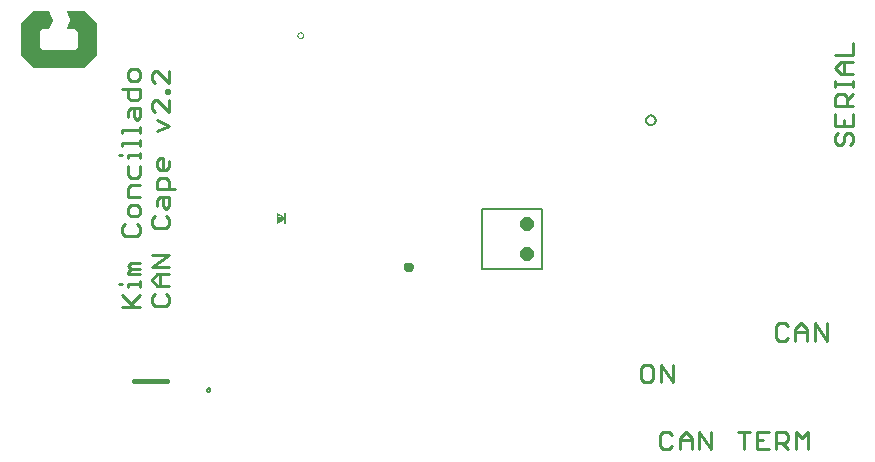
<source format=gto>
G75*
G70*
%OFA0B0*%
%FSLAX24Y24*%
%IPPOS*%
%LPD*%
%AMOC8*
5,1,8,0,0,1.08239X$1,22.5*
%
%ADD10C,0.0110*%
%ADD11C,0.0050*%
%ADD12C,0.0039*%
%ADD13C,0.0150*%
%ADD14C,0.0236*%
%ADD15C,0.0157*%
%ADD16C,0.0079*%
%ADD17C,0.0004*%
D10*
X010644Y011392D02*
X011234Y011392D01*
X011038Y011392D02*
X010644Y011786D01*
X010841Y012037D02*
X010841Y012135D01*
X011234Y012135D01*
X011234Y012037D02*
X011234Y012233D01*
X011234Y012466D02*
X010841Y012466D01*
X010841Y012565D01*
X010939Y012663D01*
X010841Y012761D01*
X010939Y012860D01*
X011234Y012860D01*
X011234Y012663D02*
X010939Y012663D01*
X010644Y012135D02*
X010546Y012135D01*
X010939Y011490D02*
X011234Y011786D01*
X011628Y011727D02*
X011628Y011530D01*
X011727Y011431D01*
X012120Y011431D01*
X012219Y011530D01*
X012219Y011727D01*
X012120Y011825D01*
X012219Y012076D02*
X011825Y012076D01*
X011628Y012273D01*
X011825Y012470D01*
X012219Y012470D01*
X012219Y012720D02*
X011628Y012720D01*
X012219Y013114D01*
X011628Y013114D01*
X011923Y012470D02*
X011923Y012076D01*
X011727Y011825D02*
X011628Y011727D01*
X011136Y013755D02*
X010742Y013755D01*
X010644Y013854D01*
X010644Y014051D01*
X010742Y014149D01*
X010939Y014400D02*
X011136Y014400D01*
X011234Y014498D01*
X011234Y014695D01*
X011136Y014793D01*
X010939Y014793D01*
X010841Y014695D01*
X010841Y014498D01*
X010939Y014400D01*
X011136Y014149D02*
X011234Y014051D01*
X011234Y013854D01*
X011136Y013755D01*
X011628Y014108D02*
X011727Y014009D01*
X012120Y014009D01*
X012219Y014108D01*
X012219Y014305D01*
X012120Y014403D01*
X012120Y014654D02*
X012022Y014752D01*
X012022Y015048D01*
X011923Y015048D02*
X012219Y015048D01*
X012219Y014752D01*
X012120Y014654D01*
X011825Y014752D02*
X011825Y014949D01*
X011923Y015048D01*
X011825Y015299D02*
X011825Y015594D01*
X011923Y015692D01*
X012120Y015692D01*
X012219Y015594D01*
X012219Y015299D01*
X012416Y015299D02*
X011825Y015299D01*
X011234Y015438D02*
X010939Y015438D01*
X010841Y015340D01*
X010841Y015044D01*
X011234Y015044D01*
X011136Y015689D02*
X010939Y015689D01*
X010841Y015787D01*
X010841Y016083D01*
X010841Y016333D02*
X010841Y016432D01*
X011234Y016432D01*
X011234Y016530D02*
X011234Y016333D01*
X011234Y016083D02*
X011234Y015787D01*
X011136Y015689D01*
X011825Y016041D02*
X011825Y016238D01*
X011923Y016337D01*
X012022Y016337D01*
X012022Y015943D01*
X012120Y015943D02*
X011923Y015943D01*
X011825Y016041D01*
X012120Y015943D02*
X012219Y016041D01*
X012219Y016238D01*
X011234Y016763D02*
X011234Y016960D01*
X011234Y016861D02*
X010644Y016861D01*
X010644Y016763D01*
X010644Y016432D02*
X010546Y016432D01*
X010644Y017193D02*
X010644Y017291D01*
X011234Y017291D01*
X011234Y017193D02*
X011234Y017390D01*
X011136Y017622D02*
X011038Y017721D01*
X011038Y018016D01*
X010939Y018016D02*
X011234Y018016D01*
X011234Y017721D01*
X011136Y017622D01*
X010841Y017721D02*
X010841Y017918D01*
X010939Y018016D01*
X010939Y018267D02*
X010841Y018365D01*
X010841Y018661D01*
X010644Y018661D02*
X011234Y018661D01*
X011234Y018365D01*
X011136Y018267D01*
X010939Y018267D01*
X011628Y018172D02*
X011628Y017975D01*
X011727Y017877D01*
X011825Y017626D02*
X012219Y017429D01*
X011825Y017232D01*
X012219Y017877D02*
X011825Y018270D01*
X011727Y018270D01*
X011628Y018172D01*
X012219Y018270D02*
X012219Y017877D01*
X012219Y018521D02*
X012219Y018620D01*
X012120Y018620D01*
X012120Y018521D01*
X012219Y018521D01*
X012219Y018843D02*
X011825Y019237D01*
X011727Y019237D01*
X011628Y019139D01*
X011628Y018942D01*
X011727Y018843D01*
X012219Y018843D02*
X012219Y019237D01*
X011234Y019207D02*
X011234Y019010D01*
X011136Y018911D01*
X010939Y018911D01*
X010841Y019010D01*
X010841Y019207D01*
X010939Y019305D01*
X011136Y019305D01*
X011234Y019207D01*
X011727Y014403D02*
X011628Y014305D01*
X011628Y014108D01*
X027959Y009364D02*
X027959Y008971D01*
X028057Y008872D01*
X028254Y008872D01*
X028352Y008971D01*
X028352Y009364D01*
X028254Y009463D01*
X028057Y009463D01*
X027959Y009364D01*
X028603Y009463D02*
X028603Y008872D01*
X028997Y008872D02*
X028997Y009463D01*
X028603Y009463D02*
X028997Y008872D01*
X028885Y007227D02*
X028688Y007227D01*
X028590Y007129D01*
X028590Y006735D01*
X028688Y006637D01*
X028885Y006637D01*
X028983Y006735D01*
X029234Y006637D02*
X029234Y007031D01*
X029431Y007227D01*
X029628Y007031D01*
X029628Y006637D01*
X029879Y006637D02*
X029879Y007227D01*
X030272Y006637D01*
X030272Y007227D01*
X029628Y006932D02*
X029234Y006932D01*
X028983Y007129D02*
X028885Y007227D01*
X031168Y007227D02*
X031561Y007227D01*
X031365Y007227D02*
X031365Y006637D01*
X031812Y006637D02*
X031812Y007227D01*
X032206Y007227D01*
X032457Y007227D02*
X032752Y007227D01*
X032850Y007129D01*
X032850Y006932D01*
X032752Y006834D01*
X032457Y006834D01*
X032654Y006834D02*
X032850Y006637D01*
X033101Y006637D02*
X033101Y007227D01*
X033298Y007031D01*
X033495Y007227D01*
X033495Y006637D01*
X032457Y006637D02*
X032457Y007227D01*
X032009Y006932D02*
X031812Y006932D01*
X031812Y006637D02*
X032206Y006637D01*
X032545Y010250D02*
X032742Y010250D01*
X032840Y010349D01*
X033091Y010250D02*
X033091Y010644D01*
X033288Y010841D01*
X033485Y010644D01*
X033485Y010250D01*
X033736Y010250D02*
X033736Y010841D01*
X034130Y010250D01*
X034130Y010841D01*
X033485Y010546D02*
X033091Y010546D01*
X032840Y010742D02*
X032742Y010841D01*
X032545Y010841D01*
X032447Y010742D01*
X032447Y010349D01*
X032545Y010250D01*
X034522Y016786D02*
X034620Y016786D01*
X034719Y016884D01*
X034719Y017081D01*
X034817Y017179D01*
X034916Y017179D01*
X035014Y017081D01*
X035014Y016884D01*
X034916Y016786D01*
X034522Y016786D02*
X034424Y016884D01*
X034424Y017081D01*
X034522Y017179D01*
X034424Y017430D02*
X035014Y017430D01*
X035014Y017824D01*
X035014Y018075D02*
X034424Y018075D01*
X034424Y018370D01*
X034522Y018468D01*
X034719Y018468D01*
X034817Y018370D01*
X034817Y018075D01*
X034817Y018272D02*
X035014Y018468D01*
X035014Y018719D02*
X035014Y018916D01*
X035014Y018818D02*
X034424Y018818D01*
X034424Y018916D02*
X034424Y018719D01*
X034620Y019149D02*
X034424Y019346D01*
X034620Y019543D01*
X035014Y019543D01*
X035014Y019794D02*
X034424Y019794D01*
X034719Y019543D02*
X034719Y019149D01*
X034620Y019149D02*
X035014Y019149D01*
X035014Y019794D02*
X035014Y020187D01*
X034424Y017824D02*
X034424Y017430D01*
X034719Y017430D02*
X034719Y017627D01*
D11*
X028115Y017613D02*
X028117Y017638D01*
X028123Y017662D01*
X028132Y017685D01*
X028145Y017706D01*
X028162Y017725D01*
X028181Y017742D01*
X028202Y017755D01*
X028225Y017764D01*
X028249Y017770D01*
X028274Y017772D01*
X028299Y017770D01*
X028323Y017764D01*
X028346Y017755D01*
X028367Y017742D01*
X028386Y017725D01*
X028403Y017706D01*
X028416Y017685D01*
X028425Y017662D01*
X028431Y017638D01*
X028433Y017613D01*
X028431Y017588D01*
X028425Y017564D01*
X028416Y017541D01*
X028403Y017520D01*
X028386Y017501D01*
X028367Y017484D01*
X028346Y017471D01*
X028323Y017462D01*
X028299Y017456D01*
X028274Y017454D01*
X028249Y017456D01*
X028225Y017462D01*
X028202Y017471D01*
X028181Y017484D01*
X028162Y017501D01*
X028145Y017520D01*
X028132Y017541D01*
X028123Y017564D01*
X028117Y017588D01*
X028115Y017613D01*
X024628Y014664D02*
X024628Y012664D01*
X022628Y012664D01*
X022628Y014664D01*
X024628Y014664D01*
X013481Y008617D02*
X013483Y008631D01*
X013489Y008645D01*
X013497Y008657D01*
X013509Y008665D01*
X013523Y008671D01*
X013537Y008673D01*
X013551Y008671D01*
X013565Y008665D01*
X013577Y008657D01*
X013585Y008645D01*
X013591Y008631D01*
X013593Y008617D01*
X013591Y008603D01*
X013585Y008589D01*
X013577Y008577D01*
X013565Y008569D01*
X013551Y008563D01*
X013537Y008561D01*
X013523Y008563D01*
X013509Y008569D01*
X013497Y008577D01*
X013489Y008589D01*
X013483Y008603D01*
X013481Y008617D01*
D12*
X015809Y014195D02*
X016065Y014353D01*
X015809Y014510D01*
X015809Y014195D01*
X015809Y014209D02*
X015831Y014209D01*
X015809Y014246D02*
X015892Y014246D01*
X015954Y014284D02*
X015809Y014284D01*
X015809Y014322D02*
X016016Y014322D01*
X016053Y014360D02*
X015809Y014360D01*
X015809Y014398D02*
X015991Y014398D01*
X015930Y014436D02*
X015809Y014436D01*
X015809Y014474D02*
X015868Y014474D01*
X016487Y020439D02*
X016489Y020458D01*
X016494Y020477D01*
X016504Y020493D01*
X016516Y020508D01*
X016531Y020520D01*
X016547Y020530D01*
X016566Y020535D01*
X016585Y020537D01*
X016604Y020535D01*
X016623Y020530D01*
X016639Y020520D01*
X016654Y020508D01*
X016666Y020493D01*
X016676Y020477D01*
X016681Y020458D01*
X016683Y020439D01*
X016681Y020420D01*
X016676Y020401D01*
X016666Y020385D01*
X016654Y020370D01*
X016639Y020358D01*
X016623Y020348D01*
X016604Y020343D01*
X016585Y020341D01*
X016566Y020343D01*
X016547Y020348D01*
X016531Y020358D01*
X016516Y020370D01*
X016504Y020385D01*
X016494Y020401D01*
X016489Y020420D01*
X016487Y020439D01*
D13*
X012140Y008912D02*
X011057Y008912D01*
D14*
X024010Y013164D02*
X024012Y013185D01*
X024018Y013205D01*
X024027Y013225D01*
X024039Y013242D01*
X024054Y013256D01*
X024072Y013268D01*
X024092Y013276D01*
X024112Y013281D01*
X024133Y013282D01*
X024154Y013279D01*
X024174Y013273D01*
X024193Y013262D01*
X024210Y013249D01*
X024223Y013233D01*
X024234Y013215D01*
X024242Y013195D01*
X024246Y013175D01*
X024246Y013153D01*
X024242Y013133D01*
X024234Y013113D01*
X024223Y013095D01*
X024210Y013079D01*
X024193Y013066D01*
X024174Y013055D01*
X024154Y013049D01*
X024133Y013046D01*
X024112Y013047D01*
X024092Y013052D01*
X024072Y013060D01*
X024054Y013072D01*
X024039Y013086D01*
X024027Y013103D01*
X024018Y013123D01*
X024012Y013143D01*
X024010Y013164D01*
X024010Y014164D02*
X024012Y014185D01*
X024018Y014205D01*
X024027Y014225D01*
X024039Y014242D01*
X024054Y014256D01*
X024072Y014268D01*
X024092Y014276D01*
X024112Y014281D01*
X024133Y014282D01*
X024154Y014279D01*
X024174Y014273D01*
X024193Y014262D01*
X024210Y014249D01*
X024223Y014233D01*
X024234Y014215D01*
X024242Y014195D01*
X024246Y014175D01*
X024246Y014153D01*
X024242Y014133D01*
X024234Y014113D01*
X024223Y014095D01*
X024210Y014079D01*
X024193Y014066D01*
X024174Y014055D01*
X024154Y014049D01*
X024133Y014046D01*
X024112Y014047D01*
X024092Y014052D01*
X024072Y014060D01*
X024054Y014072D01*
X024039Y014086D01*
X024027Y014103D01*
X024018Y014123D01*
X024012Y014143D01*
X024010Y014164D01*
D15*
X020108Y012717D02*
X020110Y012735D01*
X020116Y012751D01*
X020125Y012766D01*
X020138Y012779D01*
X020153Y012788D01*
X020169Y012794D01*
X020187Y012796D01*
X020205Y012794D01*
X020221Y012788D01*
X020236Y012779D01*
X020249Y012766D01*
X020258Y012751D01*
X020264Y012735D01*
X020266Y012717D01*
X020264Y012699D01*
X020258Y012683D01*
X020249Y012668D01*
X020236Y012655D01*
X020221Y012646D01*
X020205Y012640D01*
X020187Y012638D01*
X020169Y012640D01*
X020153Y012646D01*
X020138Y012655D01*
X020125Y012668D01*
X020116Y012683D01*
X020110Y012699D01*
X020108Y012717D01*
D16*
X016085Y014176D02*
X016085Y014530D01*
D17*
X009774Y019802D02*
X009360Y019388D01*
X007687Y019388D01*
X007274Y019802D01*
X007274Y020825D01*
X008238Y020825D01*
X008237Y020822D02*
X007274Y020822D01*
X007274Y020820D02*
X008236Y020820D01*
X008235Y020818D02*
X007274Y020818D01*
X007274Y020815D02*
X008234Y020815D01*
X008233Y020813D02*
X007274Y020813D01*
X007274Y020810D02*
X008232Y020810D01*
X008231Y020808D02*
X007274Y020808D01*
X007274Y020805D02*
X008230Y020805D01*
X008229Y020803D02*
X007274Y020803D01*
X007274Y020800D02*
X008228Y020800D01*
X008226Y020798D02*
X007274Y020798D01*
X007274Y020795D02*
X008225Y020795D01*
X008224Y020793D02*
X007274Y020793D01*
X007274Y020790D02*
X008223Y020790D01*
X008222Y020788D02*
X007274Y020788D01*
X007274Y020785D02*
X008221Y020785D01*
X008220Y020783D02*
X007274Y020783D01*
X007274Y020780D02*
X008219Y020780D01*
X008218Y020778D02*
X007274Y020778D01*
X007274Y020775D02*
X008217Y020775D01*
X008216Y020773D02*
X007274Y020773D01*
X007274Y020770D02*
X008215Y020770D01*
X008214Y020768D02*
X007274Y020768D01*
X007274Y020765D02*
X008213Y020765D01*
X008212Y020763D02*
X007274Y020763D01*
X007274Y020760D02*
X008211Y020760D01*
X008209Y020758D02*
X007274Y020758D01*
X007274Y020756D02*
X008208Y020756D01*
X008207Y020753D02*
X007274Y020753D01*
X007274Y020751D02*
X008206Y020751D01*
X008205Y020748D02*
X007274Y020748D01*
X007274Y020746D02*
X008204Y020746D01*
X008203Y020743D02*
X007274Y020743D01*
X007274Y020741D02*
X008202Y020741D01*
X008201Y020738D02*
X007274Y020738D01*
X007274Y020736D02*
X008200Y020736D01*
X008199Y020733D02*
X007274Y020733D01*
X007274Y020731D02*
X008198Y020731D01*
X008197Y020728D02*
X007274Y020728D01*
X007274Y020726D02*
X008196Y020726D01*
X008195Y020723D02*
X007274Y020723D01*
X007274Y020721D02*
X008194Y020721D01*
X008192Y020718D02*
X007274Y020718D01*
X007274Y020716D02*
X008191Y020716D01*
X008190Y020713D02*
X007274Y020713D01*
X007274Y020711D02*
X008189Y020711D01*
X008188Y020708D02*
X007274Y020708D01*
X007274Y020706D02*
X008187Y020706D01*
X008186Y020703D02*
X007274Y020703D01*
X007274Y020701D02*
X008185Y020701D01*
X008184Y020698D02*
X007274Y020698D01*
X007274Y020696D02*
X008183Y020696D01*
X008182Y020694D02*
X007274Y020694D01*
X007274Y020691D02*
X008181Y020691D01*
X008180Y020689D02*
X007274Y020689D01*
X007274Y020686D02*
X007981Y020686D01*
X007982Y020687D02*
X008179Y020687D01*
X008297Y020963D01*
X008179Y021239D01*
X007687Y021239D01*
X007274Y020825D01*
X007276Y020827D02*
X008239Y020827D01*
X008240Y020830D02*
X007278Y020830D01*
X007281Y020832D02*
X008241Y020832D01*
X008242Y020835D02*
X007283Y020835D01*
X007286Y020837D02*
X008243Y020837D01*
X008245Y020840D02*
X007288Y020840D01*
X007291Y020842D02*
X008246Y020842D01*
X008247Y020845D02*
X007293Y020845D01*
X007296Y020847D02*
X008248Y020847D01*
X008249Y020850D02*
X007298Y020850D01*
X007301Y020852D02*
X008250Y020852D01*
X008251Y020855D02*
X007303Y020855D01*
X007306Y020857D02*
X008252Y020857D01*
X008253Y020860D02*
X007308Y020860D01*
X007311Y020862D02*
X008254Y020862D01*
X008255Y020865D02*
X007313Y020865D01*
X007316Y020867D02*
X008256Y020867D01*
X008257Y020870D02*
X007318Y020870D01*
X007321Y020872D02*
X008258Y020872D01*
X008259Y020875D02*
X007323Y020875D01*
X007326Y020877D02*
X008260Y020877D01*
X008262Y020880D02*
X007328Y020880D01*
X007331Y020882D02*
X008263Y020882D01*
X008264Y020884D02*
X007333Y020884D01*
X007335Y020887D02*
X008265Y020887D01*
X008266Y020889D02*
X007338Y020889D01*
X007340Y020892D02*
X008267Y020892D01*
X008268Y020894D02*
X007343Y020894D01*
X007345Y020897D02*
X008269Y020897D01*
X008270Y020899D02*
X007348Y020899D01*
X007350Y020902D02*
X008271Y020902D01*
X008272Y020904D02*
X007353Y020904D01*
X007355Y020907D02*
X008273Y020907D01*
X008274Y020909D02*
X007358Y020909D01*
X007360Y020912D02*
X008275Y020912D01*
X008276Y020914D02*
X007363Y020914D01*
X007365Y020917D02*
X008277Y020917D01*
X008279Y020919D02*
X007368Y020919D01*
X007370Y020922D02*
X008280Y020922D01*
X008281Y020924D02*
X007373Y020924D01*
X007375Y020927D02*
X008282Y020927D01*
X008283Y020929D02*
X007378Y020929D01*
X007380Y020932D02*
X008284Y020932D01*
X008285Y020934D02*
X007383Y020934D01*
X007385Y020937D02*
X008286Y020937D01*
X008287Y020939D02*
X007388Y020939D01*
X007390Y020942D02*
X008288Y020942D01*
X008289Y020944D02*
X007393Y020944D01*
X007395Y020946D02*
X008290Y020946D01*
X008291Y020949D02*
X007397Y020949D01*
X007400Y020951D02*
X008292Y020951D01*
X008293Y020954D02*
X007402Y020954D01*
X007405Y020956D02*
X008294Y020956D01*
X008296Y020959D02*
X007407Y020959D01*
X007410Y020961D02*
X008297Y020961D01*
X008297Y020964D02*
X007412Y020964D01*
X007415Y020966D02*
X008296Y020966D01*
X008295Y020969D02*
X007417Y020969D01*
X007420Y020971D02*
X008294Y020971D01*
X008293Y020974D02*
X007422Y020974D01*
X007425Y020976D02*
X008292Y020976D01*
X008291Y020979D02*
X007427Y020979D01*
X007430Y020981D02*
X008290Y020981D01*
X008288Y020984D02*
X007432Y020984D01*
X007435Y020986D02*
X008287Y020986D01*
X008286Y020989D02*
X007437Y020989D01*
X007440Y020991D02*
X008285Y020991D01*
X008284Y020994D02*
X007442Y020994D01*
X007445Y020996D02*
X008283Y020996D01*
X008282Y020999D02*
X007447Y020999D01*
X007450Y021001D02*
X008281Y021001D01*
X008280Y021004D02*
X007452Y021004D01*
X007455Y021006D02*
X008279Y021006D01*
X008278Y021009D02*
X007457Y021009D01*
X007459Y021011D02*
X008277Y021011D01*
X008276Y021013D02*
X007462Y021013D01*
X007464Y021016D02*
X008275Y021016D01*
X008274Y021018D02*
X007467Y021018D01*
X007469Y021021D02*
X008273Y021021D01*
X008271Y021023D02*
X007472Y021023D01*
X007474Y021026D02*
X008270Y021026D01*
X008269Y021028D02*
X007477Y021028D01*
X007479Y021031D02*
X008268Y021031D01*
X008267Y021033D02*
X007482Y021033D01*
X007484Y021036D02*
X008266Y021036D01*
X008265Y021038D02*
X007487Y021038D01*
X007489Y021041D02*
X008264Y021041D01*
X008263Y021043D02*
X007492Y021043D01*
X007494Y021046D02*
X008262Y021046D01*
X008261Y021048D02*
X007497Y021048D01*
X007499Y021051D02*
X008260Y021051D01*
X008259Y021053D02*
X007502Y021053D01*
X007504Y021056D02*
X008258Y021056D01*
X008257Y021058D02*
X007507Y021058D01*
X007509Y021061D02*
X008256Y021061D01*
X008254Y021063D02*
X007512Y021063D01*
X007514Y021066D02*
X008253Y021066D01*
X008252Y021068D02*
X007517Y021068D01*
X007519Y021071D02*
X008251Y021071D01*
X008250Y021073D02*
X007521Y021073D01*
X007524Y021075D02*
X008249Y021075D01*
X008248Y021078D02*
X007526Y021078D01*
X007529Y021080D02*
X008247Y021080D01*
X008246Y021083D02*
X007531Y021083D01*
X007534Y021085D02*
X008245Y021085D01*
X008244Y021088D02*
X007536Y021088D01*
X007539Y021090D02*
X008243Y021090D01*
X008242Y021093D02*
X007541Y021093D01*
X007544Y021095D02*
X008241Y021095D01*
X008240Y021098D02*
X007546Y021098D01*
X007549Y021100D02*
X008239Y021100D01*
X008237Y021103D02*
X007551Y021103D01*
X007554Y021105D02*
X008236Y021105D01*
X008235Y021108D02*
X007556Y021108D01*
X007559Y021110D02*
X008234Y021110D01*
X008233Y021113D02*
X007561Y021113D01*
X007564Y021115D02*
X008232Y021115D01*
X008231Y021118D02*
X007566Y021118D01*
X007569Y021120D02*
X008230Y021120D01*
X008229Y021123D02*
X007571Y021123D01*
X007574Y021125D02*
X008228Y021125D01*
X008227Y021128D02*
X007576Y021128D01*
X007579Y021130D02*
X008226Y021130D01*
X008225Y021133D02*
X007581Y021133D01*
X007584Y021135D02*
X008224Y021135D01*
X008223Y021137D02*
X007586Y021137D01*
X007588Y021140D02*
X008221Y021140D01*
X008220Y021142D02*
X007591Y021142D01*
X007593Y021145D02*
X008219Y021145D01*
X008218Y021147D02*
X007596Y021147D01*
X007598Y021150D02*
X008217Y021150D01*
X008216Y021152D02*
X007601Y021152D01*
X007603Y021155D02*
X008215Y021155D01*
X008214Y021157D02*
X007606Y021157D01*
X007608Y021160D02*
X008213Y021160D01*
X008212Y021162D02*
X007611Y021162D01*
X007613Y021165D02*
X008211Y021165D01*
X008210Y021167D02*
X007616Y021167D01*
X007618Y021170D02*
X008209Y021170D01*
X008208Y021172D02*
X007621Y021172D01*
X007623Y021175D02*
X008207Y021175D01*
X008206Y021177D02*
X007626Y021177D01*
X007628Y021180D02*
X008204Y021180D01*
X008203Y021182D02*
X007631Y021182D01*
X007633Y021185D02*
X008202Y021185D01*
X008201Y021187D02*
X007636Y021187D01*
X007638Y021190D02*
X008200Y021190D01*
X008199Y021192D02*
X007641Y021192D01*
X007643Y021195D02*
X008198Y021195D01*
X008197Y021197D02*
X007646Y021197D01*
X007648Y021199D02*
X008196Y021199D01*
X008195Y021202D02*
X007650Y021202D01*
X007653Y021204D02*
X008194Y021204D01*
X008193Y021207D02*
X007655Y021207D01*
X007658Y021209D02*
X008192Y021209D01*
X008191Y021212D02*
X007660Y021212D01*
X007663Y021214D02*
X008190Y021214D01*
X008189Y021217D02*
X007665Y021217D01*
X007668Y021219D02*
X008187Y021219D01*
X008186Y021222D02*
X007670Y021222D01*
X007673Y021224D02*
X008185Y021224D01*
X008184Y021227D02*
X007675Y021227D01*
X007678Y021229D02*
X008183Y021229D01*
X008182Y021232D02*
X007680Y021232D01*
X007683Y021234D02*
X008181Y021234D01*
X008180Y021237D02*
X007685Y021237D01*
X007982Y020687D02*
X007884Y020589D01*
X007884Y020038D01*
X007982Y019939D01*
X009085Y019939D01*
X009183Y020038D01*
X009183Y020569D01*
X009065Y020687D01*
X008809Y020687D01*
X008927Y020963D01*
X008809Y021239D01*
X009360Y021239D01*
X009774Y020825D01*
X008868Y020825D01*
X008869Y020827D02*
X009771Y020827D01*
X009774Y020825D02*
X009774Y019802D01*
X009774Y019803D02*
X007274Y019803D01*
X007275Y019801D02*
X009773Y019801D01*
X009770Y019798D02*
X007277Y019798D01*
X007280Y019796D02*
X009768Y019796D01*
X009765Y019793D02*
X007282Y019793D01*
X007285Y019791D02*
X009763Y019791D01*
X009760Y019788D02*
X007287Y019788D01*
X007290Y019786D02*
X009758Y019786D01*
X009755Y019783D02*
X007292Y019783D01*
X007295Y019781D02*
X009753Y019781D01*
X009750Y019778D02*
X007297Y019778D01*
X007299Y019776D02*
X009748Y019776D01*
X009745Y019773D02*
X007302Y019773D01*
X007304Y019771D02*
X009743Y019771D01*
X009740Y019768D02*
X007307Y019768D01*
X007309Y019766D02*
X009738Y019766D01*
X009736Y019763D02*
X007312Y019763D01*
X007314Y019761D02*
X009733Y019761D01*
X009731Y019758D02*
X007317Y019758D01*
X007319Y019756D02*
X009728Y019756D01*
X009726Y019753D02*
X007322Y019753D01*
X007324Y019751D02*
X009723Y019751D01*
X009721Y019749D02*
X007327Y019749D01*
X007329Y019746D02*
X009718Y019746D01*
X009716Y019744D02*
X007332Y019744D01*
X007334Y019741D02*
X009713Y019741D01*
X009711Y019739D02*
X007337Y019739D01*
X007339Y019736D02*
X009708Y019736D01*
X009706Y019734D02*
X007342Y019734D01*
X007344Y019731D02*
X009703Y019731D01*
X009701Y019729D02*
X007347Y019729D01*
X007349Y019726D02*
X009698Y019726D01*
X009696Y019724D02*
X007352Y019724D01*
X007354Y019721D02*
X009693Y019721D01*
X009691Y019719D02*
X007357Y019719D01*
X007359Y019716D02*
X009688Y019716D01*
X009686Y019714D02*
X007361Y019714D01*
X007364Y019711D02*
X009683Y019711D01*
X009681Y019709D02*
X007366Y019709D01*
X007369Y019706D02*
X009678Y019706D01*
X009676Y019704D02*
X007371Y019704D01*
X007374Y019701D02*
X009674Y019701D01*
X009671Y019699D02*
X007376Y019699D01*
X007379Y019696D02*
X009669Y019696D01*
X009666Y019694D02*
X007381Y019694D01*
X007384Y019691D02*
X009664Y019691D01*
X009661Y019689D02*
X007386Y019689D01*
X007389Y019686D02*
X009659Y019686D01*
X009656Y019684D02*
X007391Y019684D01*
X007394Y019682D02*
X009654Y019682D01*
X009651Y019679D02*
X007396Y019679D01*
X007399Y019677D02*
X009649Y019677D01*
X009646Y019674D02*
X007401Y019674D01*
X007404Y019672D02*
X009644Y019672D01*
X009641Y019669D02*
X007406Y019669D01*
X007409Y019667D02*
X009639Y019667D01*
X009636Y019664D02*
X007411Y019664D01*
X007414Y019662D02*
X009634Y019662D01*
X009631Y019659D02*
X007416Y019659D01*
X007419Y019657D02*
X009629Y019657D01*
X009626Y019654D02*
X007421Y019654D01*
X007424Y019652D02*
X009624Y019652D01*
X009621Y019649D02*
X007426Y019649D01*
X007428Y019647D02*
X009619Y019647D01*
X009616Y019644D02*
X007431Y019644D01*
X007433Y019642D02*
X009614Y019642D01*
X009611Y019639D02*
X007436Y019639D01*
X007438Y019637D02*
X009609Y019637D01*
X009607Y019634D02*
X007441Y019634D01*
X007443Y019632D02*
X009604Y019632D01*
X009602Y019629D02*
X007446Y019629D01*
X007448Y019627D02*
X009599Y019627D01*
X009597Y019624D02*
X007451Y019624D01*
X007453Y019622D02*
X009594Y019622D01*
X009592Y019620D02*
X007456Y019620D01*
X007458Y019617D02*
X009589Y019617D01*
X009587Y019615D02*
X007461Y019615D01*
X007463Y019612D02*
X009584Y019612D01*
X009582Y019610D02*
X007466Y019610D01*
X007468Y019607D02*
X009579Y019607D01*
X009577Y019605D02*
X007471Y019605D01*
X007473Y019602D02*
X009574Y019602D01*
X009572Y019600D02*
X007476Y019600D01*
X007478Y019597D02*
X009569Y019597D01*
X009567Y019595D02*
X007481Y019595D01*
X007483Y019592D02*
X009564Y019592D01*
X009562Y019590D02*
X007486Y019590D01*
X007488Y019587D02*
X009559Y019587D01*
X009557Y019585D02*
X007490Y019585D01*
X007493Y019582D02*
X009554Y019582D01*
X009552Y019580D02*
X007495Y019580D01*
X007498Y019577D02*
X009549Y019577D01*
X009547Y019575D02*
X007500Y019575D01*
X007503Y019572D02*
X009545Y019572D01*
X009542Y019570D02*
X007505Y019570D01*
X007508Y019567D02*
X009540Y019567D01*
X009537Y019565D02*
X007510Y019565D01*
X007513Y019562D02*
X009535Y019562D01*
X009532Y019560D02*
X007515Y019560D01*
X007518Y019558D02*
X009530Y019558D01*
X009527Y019555D02*
X007520Y019555D01*
X007523Y019553D02*
X009525Y019553D01*
X009522Y019550D02*
X007525Y019550D01*
X007528Y019548D02*
X009520Y019548D01*
X009517Y019545D02*
X007530Y019545D01*
X007533Y019543D02*
X009515Y019543D01*
X009512Y019540D02*
X007535Y019540D01*
X007538Y019538D02*
X009510Y019538D01*
X009507Y019535D02*
X007540Y019535D01*
X007543Y019533D02*
X009505Y019533D01*
X009502Y019530D02*
X007545Y019530D01*
X007548Y019528D02*
X009500Y019528D01*
X009497Y019525D02*
X007550Y019525D01*
X007552Y019523D02*
X009495Y019523D01*
X009492Y019520D02*
X007555Y019520D01*
X007557Y019518D02*
X009490Y019518D01*
X009487Y019515D02*
X007560Y019515D01*
X007562Y019513D02*
X009485Y019513D01*
X009483Y019510D02*
X007565Y019510D01*
X007567Y019508D02*
X009480Y019508D01*
X009478Y019505D02*
X007570Y019505D01*
X007572Y019503D02*
X009475Y019503D01*
X009473Y019500D02*
X007575Y019500D01*
X007577Y019498D02*
X009470Y019498D01*
X009468Y019496D02*
X007580Y019496D01*
X007582Y019493D02*
X009465Y019493D01*
X009463Y019491D02*
X007585Y019491D01*
X007587Y019488D02*
X009460Y019488D01*
X009458Y019486D02*
X007590Y019486D01*
X007592Y019483D02*
X009455Y019483D01*
X009453Y019481D02*
X007595Y019481D01*
X007597Y019478D02*
X009450Y019478D01*
X009448Y019476D02*
X007600Y019476D01*
X007602Y019473D02*
X009445Y019473D01*
X009443Y019471D02*
X007605Y019471D01*
X007607Y019468D02*
X009440Y019468D01*
X009438Y019466D02*
X007610Y019466D01*
X007612Y019463D02*
X009435Y019463D01*
X009433Y019461D02*
X007614Y019461D01*
X007617Y019458D02*
X009430Y019458D01*
X009428Y019456D02*
X007619Y019456D01*
X007622Y019453D02*
X009425Y019453D01*
X009423Y019451D02*
X007624Y019451D01*
X007627Y019448D02*
X009421Y019448D01*
X009418Y019446D02*
X007629Y019446D01*
X007632Y019443D02*
X009416Y019443D01*
X009413Y019441D02*
X007634Y019441D01*
X007637Y019438D02*
X009411Y019438D01*
X009408Y019436D02*
X007639Y019436D01*
X007642Y019434D02*
X009406Y019434D01*
X009403Y019431D02*
X007644Y019431D01*
X007647Y019429D02*
X009401Y019429D01*
X009398Y019426D02*
X007649Y019426D01*
X007652Y019424D02*
X009396Y019424D01*
X009393Y019421D02*
X007654Y019421D01*
X007657Y019419D02*
X009391Y019419D01*
X009388Y019416D02*
X007659Y019416D01*
X007662Y019414D02*
X009386Y019414D01*
X009383Y019411D02*
X007664Y019411D01*
X007667Y019409D02*
X009381Y019409D01*
X009378Y019406D02*
X007669Y019406D01*
X007672Y019404D02*
X009376Y019404D01*
X009373Y019401D02*
X007674Y019401D01*
X007676Y019399D02*
X009371Y019399D01*
X009368Y019396D02*
X007679Y019396D01*
X007681Y019394D02*
X009366Y019394D01*
X009363Y019391D02*
X007684Y019391D01*
X007686Y019389D02*
X009361Y019389D01*
X009774Y019806D02*
X007274Y019806D01*
X007274Y019808D02*
X009774Y019808D01*
X009774Y019811D02*
X007274Y019811D01*
X007274Y019813D02*
X009774Y019813D01*
X009774Y019815D02*
X007274Y019815D01*
X007274Y019818D02*
X009774Y019818D01*
X009774Y019820D02*
X007274Y019820D01*
X007274Y019823D02*
X009774Y019823D01*
X009774Y019825D02*
X007274Y019825D01*
X007274Y019828D02*
X009774Y019828D01*
X009774Y019830D02*
X007274Y019830D01*
X007274Y019833D02*
X009774Y019833D01*
X009774Y019835D02*
X007274Y019835D01*
X007274Y019838D02*
X009774Y019838D01*
X009774Y019840D02*
X007274Y019840D01*
X007274Y019843D02*
X009774Y019843D01*
X009774Y019845D02*
X007274Y019845D01*
X007274Y019848D02*
X009774Y019848D01*
X009774Y019850D02*
X007274Y019850D01*
X007274Y019853D02*
X009774Y019853D01*
X009774Y019855D02*
X007274Y019855D01*
X007274Y019858D02*
X009774Y019858D01*
X009774Y019860D02*
X007274Y019860D01*
X007274Y019863D02*
X009774Y019863D01*
X009774Y019865D02*
X007274Y019865D01*
X007274Y019868D02*
X009774Y019868D01*
X009774Y019870D02*
X007274Y019870D01*
X007274Y019873D02*
X009774Y019873D01*
X009774Y019875D02*
X007274Y019875D01*
X007274Y019877D02*
X009774Y019877D01*
X009774Y019880D02*
X007274Y019880D01*
X007274Y019882D02*
X009774Y019882D01*
X009774Y019885D02*
X007274Y019885D01*
X007274Y019887D02*
X009774Y019887D01*
X009774Y019890D02*
X007274Y019890D01*
X007274Y019892D02*
X009774Y019892D01*
X009774Y019895D02*
X007274Y019895D01*
X007274Y019897D02*
X009774Y019897D01*
X009774Y019900D02*
X007274Y019900D01*
X007274Y019902D02*
X009774Y019902D01*
X009774Y019905D02*
X007274Y019905D01*
X007274Y019907D02*
X009774Y019907D01*
X009774Y019910D02*
X007274Y019910D01*
X007274Y019912D02*
X009774Y019912D01*
X009774Y019915D02*
X007274Y019915D01*
X007274Y019917D02*
X009774Y019917D01*
X009774Y019920D02*
X007274Y019920D01*
X007274Y019922D02*
X009774Y019922D01*
X009774Y019925D02*
X007274Y019925D01*
X007274Y019927D02*
X009774Y019927D01*
X009774Y019930D02*
X007274Y019930D01*
X007274Y019932D02*
X009774Y019932D01*
X009774Y019935D02*
X007274Y019935D01*
X007274Y019937D02*
X009774Y019937D01*
X009774Y019939D02*
X009085Y019939D01*
X009087Y019942D02*
X009774Y019942D01*
X009774Y019944D02*
X009090Y019944D01*
X009092Y019947D02*
X009774Y019947D01*
X009774Y019949D02*
X009095Y019949D01*
X009097Y019952D02*
X009774Y019952D01*
X009774Y019954D02*
X009100Y019954D01*
X009102Y019957D02*
X009774Y019957D01*
X009774Y019959D02*
X009105Y019959D01*
X009107Y019962D02*
X009774Y019962D01*
X009774Y019964D02*
X009110Y019964D01*
X009112Y019967D02*
X009774Y019967D01*
X009774Y019969D02*
X009115Y019969D01*
X009117Y019972D02*
X009774Y019972D01*
X009774Y019974D02*
X009120Y019974D01*
X009122Y019977D02*
X009774Y019977D01*
X009774Y019979D02*
X009125Y019979D01*
X009127Y019982D02*
X009774Y019982D01*
X009774Y019984D02*
X009129Y019984D01*
X009132Y019987D02*
X009774Y019987D01*
X009774Y019989D02*
X009134Y019989D01*
X009137Y019992D02*
X009774Y019992D01*
X009774Y019994D02*
X009139Y019994D01*
X009142Y019997D02*
X009774Y019997D01*
X009774Y019999D02*
X009144Y019999D01*
X009147Y020001D02*
X009774Y020001D01*
X009774Y020004D02*
X009149Y020004D01*
X009152Y020006D02*
X009774Y020006D01*
X009774Y020009D02*
X009154Y020009D01*
X009157Y020011D02*
X009774Y020011D01*
X009774Y020014D02*
X009159Y020014D01*
X009162Y020016D02*
X009774Y020016D01*
X009774Y020019D02*
X009164Y020019D01*
X009167Y020021D02*
X009774Y020021D01*
X009774Y020024D02*
X009169Y020024D01*
X009172Y020026D02*
X009774Y020026D01*
X009774Y020029D02*
X009174Y020029D01*
X009177Y020031D02*
X009774Y020031D01*
X009774Y020034D02*
X009179Y020034D01*
X009182Y020036D02*
X009774Y020036D01*
X009774Y020039D02*
X009183Y020039D01*
X009183Y020041D02*
X009774Y020041D01*
X009774Y020044D02*
X009183Y020044D01*
X009183Y020046D02*
X009774Y020046D01*
X009774Y020049D02*
X009183Y020049D01*
X009183Y020051D02*
X009774Y020051D01*
X009774Y020054D02*
X009183Y020054D01*
X009183Y020056D02*
X009774Y020056D01*
X009774Y020059D02*
X009183Y020059D01*
X009183Y020061D02*
X009774Y020061D01*
X009774Y020064D02*
X009183Y020064D01*
X009183Y020066D02*
X009774Y020066D01*
X009774Y020068D02*
X009183Y020068D01*
X009183Y020071D02*
X009774Y020071D01*
X009774Y020073D02*
X009183Y020073D01*
X009183Y020076D02*
X009774Y020076D01*
X009774Y020078D02*
X009183Y020078D01*
X009183Y020081D02*
X009774Y020081D01*
X009774Y020083D02*
X009183Y020083D01*
X009183Y020086D02*
X009774Y020086D01*
X009774Y020088D02*
X009183Y020088D01*
X009183Y020091D02*
X009774Y020091D01*
X009774Y020093D02*
X009183Y020093D01*
X009183Y020096D02*
X009774Y020096D01*
X009774Y020098D02*
X009183Y020098D01*
X009183Y020101D02*
X009774Y020101D01*
X009774Y020103D02*
X009183Y020103D01*
X009183Y020106D02*
X009774Y020106D01*
X009774Y020108D02*
X009183Y020108D01*
X009183Y020111D02*
X009774Y020111D01*
X009774Y020113D02*
X009183Y020113D01*
X009183Y020116D02*
X009774Y020116D01*
X009774Y020118D02*
X009183Y020118D01*
X009183Y020121D02*
X009774Y020121D01*
X009774Y020123D02*
X009183Y020123D01*
X009183Y020126D02*
X009774Y020126D01*
X009774Y020128D02*
X009183Y020128D01*
X009183Y020130D02*
X009774Y020130D01*
X009774Y020133D02*
X009183Y020133D01*
X009183Y020135D02*
X009774Y020135D01*
X009774Y020138D02*
X009183Y020138D01*
X009183Y020140D02*
X009774Y020140D01*
X009774Y020143D02*
X009183Y020143D01*
X009183Y020145D02*
X009774Y020145D01*
X009774Y020148D02*
X009183Y020148D01*
X009183Y020150D02*
X009774Y020150D01*
X009774Y020153D02*
X009183Y020153D01*
X009183Y020155D02*
X009774Y020155D01*
X009774Y020158D02*
X009183Y020158D01*
X009183Y020160D02*
X009774Y020160D01*
X009774Y020163D02*
X009183Y020163D01*
X009183Y020165D02*
X009774Y020165D01*
X009774Y020168D02*
X009183Y020168D01*
X009183Y020170D02*
X009774Y020170D01*
X009774Y020173D02*
X009183Y020173D01*
X009183Y020175D02*
X009774Y020175D01*
X009774Y020178D02*
X009183Y020178D01*
X009183Y020180D02*
X009774Y020180D01*
X009774Y020183D02*
X009183Y020183D01*
X009183Y020185D02*
X009774Y020185D01*
X009774Y020188D02*
X009183Y020188D01*
X009183Y020190D02*
X009774Y020190D01*
X009774Y020192D02*
X009183Y020192D01*
X009183Y020195D02*
X009774Y020195D01*
X009774Y020197D02*
X009183Y020197D01*
X009183Y020200D02*
X009774Y020200D01*
X009774Y020202D02*
X009183Y020202D01*
X009183Y020205D02*
X009774Y020205D01*
X009774Y020207D02*
X009183Y020207D01*
X009183Y020210D02*
X009774Y020210D01*
X009774Y020212D02*
X009183Y020212D01*
X009183Y020215D02*
X009774Y020215D01*
X009774Y020217D02*
X009183Y020217D01*
X009183Y020220D02*
X009774Y020220D01*
X009774Y020222D02*
X009183Y020222D01*
X009183Y020225D02*
X009774Y020225D01*
X009774Y020227D02*
X009183Y020227D01*
X009183Y020230D02*
X009774Y020230D01*
X009774Y020232D02*
X009183Y020232D01*
X009183Y020235D02*
X009774Y020235D01*
X009774Y020237D02*
X009183Y020237D01*
X009183Y020240D02*
X009774Y020240D01*
X009774Y020242D02*
X009183Y020242D01*
X009183Y020245D02*
X009774Y020245D01*
X009774Y020247D02*
X009183Y020247D01*
X009183Y020250D02*
X009774Y020250D01*
X009774Y020252D02*
X009183Y020252D01*
X009183Y020254D02*
X009774Y020254D01*
X009774Y020257D02*
X009183Y020257D01*
X009183Y020259D02*
X009774Y020259D01*
X009774Y020262D02*
X009183Y020262D01*
X009183Y020264D02*
X009774Y020264D01*
X009774Y020267D02*
X009183Y020267D01*
X009183Y020269D02*
X009774Y020269D01*
X009774Y020272D02*
X009183Y020272D01*
X009183Y020274D02*
X009774Y020274D01*
X009774Y020277D02*
X009183Y020277D01*
X009183Y020279D02*
X009774Y020279D01*
X009774Y020282D02*
X009183Y020282D01*
X009183Y020284D02*
X009774Y020284D01*
X009774Y020287D02*
X009183Y020287D01*
X009183Y020289D02*
X009774Y020289D01*
X009774Y020292D02*
X009183Y020292D01*
X009183Y020294D02*
X009774Y020294D01*
X009774Y020297D02*
X009183Y020297D01*
X009183Y020299D02*
X009774Y020299D01*
X009774Y020302D02*
X009183Y020302D01*
X009183Y020304D02*
X009774Y020304D01*
X009774Y020307D02*
X009183Y020307D01*
X009183Y020309D02*
X009774Y020309D01*
X009774Y020312D02*
X009183Y020312D01*
X009183Y020314D02*
X009774Y020314D01*
X009774Y020316D02*
X009183Y020316D01*
X009183Y020319D02*
X009774Y020319D01*
X009774Y020321D02*
X009183Y020321D01*
X009183Y020324D02*
X009774Y020324D01*
X009774Y020326D02*
X009183Y020326D01*
X009183Y020329D02*
X009774Y020329D01*
X009774Y020331D02*
X009183Y020331D01*
X009183Y020334D02*
X009774Y020334D01*
X009774Y020336D02*
X009183Y020336D01*
X009183Y020339D02*
X009774Y020339D01*
X009774Y020341D02*
X009183Y020341D01*
X009183Y020344D02*
X009774Y020344D01*
X009774Y020346D02*
X009183Y020346D01*
X009183Y020349D02*
X009774Y020349D01*
X009774Y020351D02*
X009183Y020351D01*
X009183Y020354D02*
X009774Y020354D01*
X009774Y020356D02*
X009183Y020356D01*
X009183Y020359D02*
X009774Y020359D01*
X009774Y020361D02*
X009183Y020361D01*
X009183Y020364D02*
X009774Y020364D01*
X009774Y020366D02*
X009183Y020366D01*
X009183Y020369D02*
X009774Y020369D01*
X009774Y020371D02*
X009183Y020371D01*
X009183Y020374D02*
X009774Y020374D01*
X009774Y020376D02*
X009183Y020376D01*
X009183Y020379D02*
X009774Y020379D01*
X009774Y020381D02*
X009183Y020381D01*
X009183Y020383D02*
X009774Y020383D01*
X009774Y020386D02*
X009183Y020386D01*
X009183Y020388D02*
X009774Y020388D01*
X009774Y020391D02*
X009183Y020391D01*
X009183Y020393D02*
X009774Y020393D01*
X009774Y020396D02*
X009183Y020396D01*
X009183Y020398D02*
X009774Y020398D01*
X009774Y020401D02*
X009183Y020401D01*
X009183Y020403D02*
X009774Y020403D01*
X009774Y020406D02*
X009183Y020406D01*
X009183Y020408D02*
X009774Y020408D01*
X009774Y020411D02*
X009183Y020411D01*
X009183Y020413D02*
X009774Y020413D01*
X009774Y020416D02*
X009183Y020416D01*
X009183Y020418D02*
X009774Y020418D01*
X009774Y020421D02*
X009183Y020421D01*
X009183Y020423D02*
X009774Y020423D01*
X009774Y020426D02*
X009183Y020426D01*
X009183Y020428D02*
X009774Y020428D01*
X009774Y020431D02*
X009183Y020431D01*
X009183Y020433D02*
X009774Y020433D01*
X009774Y020436D02*
X009183Y020436D01*
X009183Y020438D02*
X009774Y020438D01*
X009774Y020441D02*
X009183Y020441D01*
X009183Y020443D02*
X009774Y020443D01*
X009774Y020445D02*
X009183Y020445D01*
X009183Y020448D02*
X009774Y020448D01*
X009774Y020450D02*
X009183Y020450D01*
X009183Y020453D02*
X009774Y020453D01*
X009774Y020455D02*
X009183Y020455D01*
X009183Y020458D02*
X009774Y020458D01*
X009774Y020460D02*
X009183Y020460D01*
X009183Y020463D02*
X009774Y020463D01*
X009774Y020465D02*
X009183Y020465D01*
X009183Y020468D02*
X009774Y020468D01*
X009774Y020470D02*
X009183Y020470D01*
X009183Y020473D02*
X009774Y020473D01*
X009774Y020475D02*
X009183Y020475D01*
X009183Y020478D02*
X009774Y020478D01*
X009774Y020480D02*
X009183Y020480D01*
X009183Y020483D02*
X009774Y020483D01*
X009774Y020485D02*
X009183Y020485D01*
X009183Y020488D02*
X009774Y020488D01*
X009774Y020490D02*
X009183Y020490D01*
X009183Y020493D02*
X009774Y020493D01*
X009774Y020495D02*
X009183Y020495D01*
X009183Y020498D02*
X009774Y020498D01*
X009774Y020500D02*
X009183Y020500D01*
X009183Y020503D02*
X009774Y020503D01*
X009774Y020505D02*
X009183Y020505D01*
X009183Y020507D02*
X009774Y020507D01*
X009774Y020510D02*
X009183Y020510D01*
X009183Y020512D02*
X009774Y020512D01*
X009774Y020515D02*
X009183Y020515D01*
X009183Y020517D02*
X009774Y020517D01*
X009774Y020520D02*
X009183Y020520D01*
X009183Y020522D02*
X009774Y020522D01*
X009774Y020525D02*
X009183Y020525D01*
X009183Y020527D02*
X009774Y020527D01*
X009774Y020530D02*
X009183Y020530D01*
X009183Y020532D02*
X009774Y020532D01*
X009774Y020535D02*
X009183Y020535D01*
X009183Y020537D02*
X009774Y020537D01*
X009774Y020540D02*
X009183Y020540D01*
X009183Y020542D02*
X009774Y020542D01*
X009774Y020545D02*
X009183Y020545D01*
X009183Y020547D02*
X009774Y020547D01*
X009774Y020550D02*
X009183Y020550D01*
X009183Y020552D02*
X009774Y020552D01*
X009774Y020555D02*
X009183Y020555D01*
X009183Y020557D02*
X009774Y020557D01*
X009774Y020560D02*
X009183Y020560D01*
X009183Y020562D02*
X009774Y020562D01*
X009774Y020565D02*
X009183Y020565D01*
X009183Y020567D02*
X009774Y020567D01*
X009774Y020569D02*
X009183Y020569D01*
X009180Y020572D02*
X009774Y020572D01*
X009774Y020574D02*
X009178Y020574D01*
X009176Y020577D02*
X009774Y020577D01*
X009774Y020579D02*
X009173Y020579D01*
X009171Y020582D02*
X009774Y020582D01*
X009774Y020584D02*
X009168Y020584D01*
X009166Y020587D02*
X009774Y020587D01*
X009774Y020589D02*
X009163Y020589D01*
X009161Y020592D02*
X009774Y020592D01*
X009774Y020594D02*
X009158Y020594D01*
X009156Y020597D02*
X009774Y020597D01*
X009774Y020599D02*
X009153Y020599D01*
X009151Y020602D02*
X009774Y020602D01*
X009774Y020604D02*
X009148Y020604D01*
X009146Y020607D02*
X009774Y020607D01*
X009774Y020609D02*
X009143Y020609D01*
X009141Y020612D02*
X009774Y020612D01*
X009774Y020614D02*
X009138Y020614D01*
X009136Y020617D02*
X009774Y020617D01*
X009774Y020619D02*
X009133Y020619D01*
X009131Y020622D02*
X009774Y020622D01*
X009774Y020624D02*
X009128Y020624D01*
X009126Y020627D02*
X009774Y020627D01*
X009774Y020629D02*
X009123Y020629D01*
X009121Y020631D02*
X009774Y020631D01*
X009774Y020634D02*
X009118Y020634D01*
X009116Y020636D02*
X009774Y020636D01*
X009774Y020639D02*
X009114Y020639D01*
X009111Y020641D02*
X009774Y020641D01*
X009774Y020644D02*
X009109Y020644D01*
X009106Y020646D02*
X009774Y020646D01*
X009774Y020649D02*
X009104Y020649D01*
X009101Y020651D02*
X009774Y020651D01*
X009774Y020654D02*
X009099Y020654D01*
X009096Y020656D02*
X009774Y020656D01*
X009774Y020659D02*
X009094Y020659D01*
X009091Y020661D02*
X009774Y020661D01*
X009774Y020664D02*
X009089Y020664D01*
X009086Y020666D02*
X009774Y020666D01*
X009774Y020669D02*
X009084Y020669D01*
X009081Y020671D02*
X009774Y020671D01*
X009774Y020674D02*
X009079Y020674D01*
X009076Y020676D02*
X009774Y020676D01*
X009774Y020679D02*
X009074Y020679D01*
X009071Y020681D02*
X009774Y020681D01*
X009774Y020684D02*
X009069Y020684D01*
X009066Y020686D02*
X009774Y020686D01*
X009774Y020689D02*
X008810Y020689D01*
X008811Y020691D02*
X009774Y020691D01*
X009774Y020694D02*
X008812Y020694D01*
X008813Y020696D02*
X009774Y020696D01*
X009774Y020698D02*
X008814Y020698D01*
X008815Y020701D02*
X009774Y020701D01*
X009774Y020703D02*
X008816Y020703D01*
X008817Y020706D02*
X009774Y020706D01*
X009774Y020708D02*
X008818Y020708D01*
X008819Y020711D02*
X009774Y020711D01*
X009774Y020713D02*
X008820Y020713D01*
X008821Y020716D02*
X009774Y020716D01*
X009774Y020718D02*
X008822Y020718D01*
X008823Y020721D02*
X009774Y020721D01*
X009774Y020723D02*
X008825Y020723D01*
X008826Y020726D02*
X009774Y020726D01*
X009774Y020728D02*
X008827Y020728D01*
X008828Y020731D02*
X009774Y020731D01*
X009774Y020733D02*
X008829Y020733D01*
X008830Y020736D02*
X009774Y020736D01*
X009774Y020738D02*
X008831Y020738D01*
X008832Y020741D02*
X009774Y020741D01*
X009774Y020743D02*
X008833Y020743D01*
X008834Y020746D02*
X009774Y020746D01*
X009774Y020748D02*
X008835Y020748D01*
X008836Y020751D02*
X009774Y020751D01*
X009774Y020753D02*
X008837Y020753D01*
X008838Y020756D02*
X009774Y020756D01*
X009774Y020758D02*
X008839Y020758D01*
X008840Y020760D02*
X009774Y020760D01*
X009774Y020763D02*
X008842Y020763D01*
X008843Y020765D02*
X009774Y020765D01*
X009774Y020768D02*
X008844Y020768D01*
X008845Y020770D02*
X009774Y020770D01*
X009774Y020773D02*
X008846Y020773D01*
X008847Y020775D02*
X009774Y020775D01*
X009774Y020778D02*
X008848Y020778D01*
X008849Y020780D02*
X009774Y020780D01*
X009774Y020783D02*
X008850Y020783D01*
X008851Y020785D02*
X009774Y020785D01*
X009774Y020788D02*
X008852Y020788D01*
X008853Y020790D02*
X009774Y020790D01*
X009774Y020793D02*
X008854Y020793D01*
X008855Y020795D02*
X009774Y020795D01*
X009774Y020798D02*
X008856Y020798D01*
X008857Y020800D02*
X009774Y020800D01*
X009774Y020803D02*
X008859Y020803D01*
X008860Y020805D02*
X009774Y020805D01*
X009774Y020808D02*
X008861Y020808D01*
X008862Y020810D02*
X009774Y020810D01*
X009774Y020813D02*
X008863Y020813D01*
X008864Y020815D02*
X009774Y020815D01*
X009774Y020818D02*
X008865Y020818D01*
X008866Y020820D02*
X009774Y020820D01*
X009774Y020822D02*
X008867Y020822D01*
X008870Y020830D02*
X009769Y020830D01*
X009766Y020832D02*
X008871Y020832D01*
X008872Y020835D02*
X009764Y020835D01*
X009762Y020837D02*
X008873Y020837D01*
X008874Y020840D02*
X009759Y020840D01*
X009757Y020842D02*
X008876Y020842D01*
X008877Y020845D02*
X009754Y020845D01*
X009752Y020847D02*
X008878Y020847D01*
X008879Y020850D02*
X009749Y020850D01*
X009747Y020852D02*
X008880Y020852D01*
X008881Y020855D02*
X009744Y020855D01*
X009742Y020857D02*
X008882Y020857D01*
X008883Y020860D02*
X009739Y020860D01*
X009737Y020862D02*
X008884Y020862D01*
X008885Y020865D02*
X009734Y020865D01*
X009732Y020867D02*
X008886Y020867D01*
X008887Y020870D02*
X009729Y020870D01*
X009727Y020872D02*
X008888Y020872D01*
X008889Y020875D02*
X009724Y020875D01*
X009722Y020877D02*
X008890Y020877D01*
X008891Y020880D02*
X009719Y020880D01*
X009717Y020882D02*
X008893Y020882D01*
X008894Y020884D02*
X009714Y020884D01*
X009712Y020887D02*
X008895Y020887D01*
X008896Y020889D02*
X009709Y020889D01*
X009707Y020892D02*
X008897Y020892D01*
X008898Y020894D02*
X009704Y020894D01*
X009702Y020897D02*
X008899Y020897D01*
X008900Y020899D02*
X009700Y020899D01*
X009697Y020902D02*
X008901Y020902D01*
X008902Y020904D02*
X009695Y020904D01*
X009692Y020907D02*
X008903Y020907D01*
X008904Y020909D02*
X009690Y020909D01*
X009687Y020912D02*
X008905Y020912D01*
X008906Y020914D02*
X009685Y020914D01*
X009682Y020917D02*
X008907Y020917D01*
X008909Y020919D02*
X009680Y020919D01*
X009677Y020922D02*
X008910Y020922D01*
X008911Y020924D02*
X009675Y020924D01*
X009672Y020927D02*
X008912Y020927D01*
X008913Y020929D02*
X009670Y020929D01*
X009667Y020932D02*
X008914Y020932D01*
X008915Y020934D02*
X009665Y020934D01*
X009662Y020937D02*
X008916Y020937D01*
X008917Y020939D02*
X009660Y020939D01*
X009657Y020942D02*
X008918Y020942D01*
X008919Y020944D02*
X009655Y020944D01*
X009652Y020946D02*
X008920Y020946D01*
X008921Y020949D02*
X009650Y020949D01*
X009647Y020951D02*
X008922Y020951D01*
X008923Y020954D02*
X009645Y020954D01*
X009642Y020956D02*
X008924Y020956D01*
X008926Y020959D02*
X009640Y020959D01*
X009638Y020961D02*
X008927Y020961D01*
X008927Y020964D02*
X009635Y020964D01*
X009633Y020966D02*
X008926Y020966D01*
X008925Y020969D02*
X009630Y020969D01*
X009628Y020971D02*
X008924Y020971D01*
X008923Y020974D02*
X009625Y020974D01*
X009623Y020976D02*
X008922Y020976D01*
X008920Y020979D02*
X009620Y020979D01*
X009618Y020981D02*
X008919Y020981D01*
X008918Y020984D02*
X009615Y020984D01*
X009613Y020986D02*
X008917Y020986D01*
X008916Y020989D02*
X009610Y020989D01*
X009608Y020991D02*
X008915Y020991D01*
X008914Y020994D02*
X009605Y020994D01*
X009603Y020996D02*
X008913Y020996D01*
X008912Y020999D02*
X009600Y020999D01*
X009598Y021001D02*
X008911Y021001D01*
X008910Y021004D02*
X009595Y021004D01*
X009593Y021006D02*
X008909Y021006D01*
X008908Y021009D02*
X009590Y021009D01*
X009588Y021011D02*
X008907Y021011D01*
X008906Y021013D02*
X009585Y021013D01*
X009583Y021016D02*
X008905Y021016D01*
X008903Y021018D02*
X009580Y021018D01*
X009578Y021021D02*
X008902Y021021D01*
X008901Y021023D02*
X009576Y021023D01*
X009573Y021026D02*
X008900Y021026D01*
X008899Y021028D02*
X009571Y021028D01*
X009568Y021031D02*
X008898Y021031D01*
X008897Y021033D02*
X009566Y021033D01*
X009563Y021036D02*
X008896Y021036D01*
X008895Y021038D02*
X009561Y021038D01*
X009558Y021041D02*
X008894Y021041D01*
X008893Y021043D02*
X009556Y021043D01*
X009553Y021046D02*
X008892Y021046D01*
X008891Y021048D02*
X009551Y021048D01*
X009548Y021051D02*
X008890Y021051D01*
X008889Y021053D02*
X009546Y021053D01*
X009543Y021056D02*
X008888Y021056D01*
X008886Y021058D02*
X009541Y021058D01*
X009538Y021061D02*
X008885Y021061D01*
X008884Y021063D02*
X009536Y021063D01*
X009533Y021066D02*
X008883Y021066D01*
X008882Y021068D02*
X009531Y021068D01*
X009528Y021071D02*
X008881Y021071D01*
X008880Y021073D02*
X009526Y021073D01*
X009523Y021075D02*
X008879Y021075D01*
X008878Y021078D02*
X009521Y021078D01*
X009518Y021080D02*
X008877Y021080D01*
X008876Y021083D02*
X009516Y021083D01*
X009514Y021085D02*
X008875Y021085D01*
X008874Y021088D02*
X009511Y021088D01*
X009509Y021090D02*
X008873Y021090D01*
X008872Y021093D02*
X009506Y021093D01*
X009504Y021095D02*
X008871Y021095D01*
X008869Y021098D02*
X009501Y021098D01*
X009499Y021100D02*
X008868Y021100D01*
X008867Y021103D02*
X009496Y021103D01*
X009494Y021105D02*
X008866Y021105D01*
X008865Y021108D02*
X009491Y021108D01*
X009489Y021110D02*
X008864Y021110D01*
X008863Y021113D02*
X009486Y021113D01*
X009484Y021115D02*
X008862Y021115D01*
X008861Y021118D02*
X009481Y021118D01*
X009479Y021120D02*
X008860Y021120D01*
X008859Y021123D02*
X009476Y021123D01*
X009474Y021125D02*
X008858Y021125D01*
X008857Y021128D02*
X009471Y021128D01*
X009469Y021130D02*
X008856Y021130D01*
X008855Y021133D02*
X009466Y021133D01*
X009464Y021135D02*
X008854Y021135D01*
X008852Y021137D02*
X009461Y021137D01*
X009459Y021140D02*
X008851Y021140D01*
X008850Y021142D02*
X009456Y021142D01*
X009454Y021145D02*
X008849Y021145D01*
X008848Y021147D02*
X009451Y021147D01*
X009449Y021150D02*
X008847Y021150D01*
X008846Y021152D02*
X009447Y021152D01*
X009444Y021155D02*
X008845Y021155D01*
X008844Y021157D02*
X009442Y021157D01*
X009439Y021160D02*
X008843Y021160D01*
X008842Y021162D02*
X009437Y021162D01*
X009434Y021165D02*
X008841Y021165D01*
X008840Y021167D02*
X009432Y021167D01*
X009429Y021170D02*
X008839Y021170D01*
X008838Y021172D02*
X009427Y021172D01*
X009424Y021175D02*
X008836Y021175D01*
X008835Y021177D02*
X009422Y021177D01*
X009419Y021180D02*
X008834Y021180D01*
X008833Y021182D02*
X009417Y021182D01*
X009414Y021185D02*
X008832Y021185D01*
X008831Y021187D02*
X009412Y021187D01*
X009409Y021190D02*
X008830Y021190D01*
X008829Y021192D02*
X009407Y021192D01*
X009404Y021195D02*
X008828Y021195D01*
X008827Y021197D02*
X009402Y021197D01*
X009399Y021199D02*
X008826Y021199D01*
X008825Y021202D02*
X009397Y021202D01*
X009394Y021204D02*
X008824Y021204D01*
X008823Y021207D02*
X009392Y021207D01*
X009389Y021209D02*
X008822Y021209D01*
X008821Y021212D02*
X009387Y021212D01*
X009385Y021214D02*
X008819Y021214D01*
X008818Y021217D02*
X009382Y021217D01*
X009380Y021219D02*
X008817Y021219D01*
X008816Y021222D02*
X009377Y021222D01*
X009375Y021224D02*
X008815Y021224D01*
X008814Y021227D02*
X009372Y021227D01*
X009370Y021229D02*
X008813Y021229D01*
X008812Y021232D02*
X009367Y021232D01*
X009365Y021234D02*
X008811Y021234D01*
X008810Y021237D02*
X009362Y021237D01*
X007979Y020684D02*
X007274Y020684D01*
X007274Y020681D02*
X007976Y020681D01*
X007974Y020679D02*
X007274Y020679D01*
X007274Y020676D02*
X007971Y020676D01*
X007969Y020674D02*
X007274Y020674D01*
X007274Y020671D02*
X007966Y020671D01*
X007964Y020669D02*
X007274Y020669D01*
X007274Y020666D02*
X007961Y020666D01*
X007959Y020664D02*
X007274Y020664D01*
X007274Y020661D02*
X007956Y020661D01*
X007954Y020659D02*
X007274Y020659D01*
X007274Y020656D02*
X007951Y020656D01*
X007949Y020654D02*
X007274Y020654D01*
X007274Y020651D02*
X007946Y020651D01*
X007944Y020649D02*
X007274Y020649D01*
X007274Y020646D02*
X007941Y020646D01*
X007939Y020644D02*
X007274Y020644D01*
X007274Y020641D02*
X007936Y020641D01*
X007934Y020639D02*
X007274Y020639D01*
X007274Y020636D02*
X007931Y020636D01*
X007929Y020634D02*
X007274Y020634D01*
X007274Y020631D02*
X007926Y020631D01*
X007924Y020629D02*
X007274Y020629D01*
X007274Y020627D02*
X007921Y020627D01*
X007919Y020624D02*
X007274Y020624D01*
X007274Y020622D02*
X007917Y020622D01*
X007914Y020619D02*
X007274Y020619D01*
X007274Y020617D02*
X007912Y020617D01*
X007909Y020614D02*
X007274Y020614D01*
X007274Y020612D02*
X007907Y020612D01*
X007904Y020609D02*
X007274Y020609D01*
X007274Y020607D02*
X007902Y020607D01*
X007899Y020604D02*
X007274Y020604D01*
X007274Y020602D02*
X007897Y020602D01*
X007894Y020599D02*
X007274Y020599D01*
X007274Y020597D02*
X007892Y020597D01*
X007889Y020594D02*
X007274Y020594D01*
X007274Y020592D02*
X007887Y020592D01*
X007884Y020589D02*
X007274Y020589D01*
X007274Y020587D02*
X007884Y020587D01*
X007884Y020584D02*
X007274Y020584D01*
X007274Y020582D02*
X007884Y020582D01*
X007884Y020579D02*
X007274Y020579D01*
X007274Y020577D02*
X007884Y020577D01*
X007884Y020574D02*
X007274Y020574D01*
X007274Y020572D02*
X007884Y020572D01*
X007884Y020569D02*
X007274Y020569D01*
X007274Y020567D02*
X007884Y020567D01*
X007884Y020565D02*
X007274Y020565D01*
X007274Y020562D02*
X007884Y020562D01*
X007884Y020560D02*
X007274Y020560D01*
X007274Y020557D02*
X007884Y020557D01*
X007884Y020555D02*
X007274Y020555D01*
X007274Y020552D02*
X007884Y020552D01*
X007884Y020550D02*
X007274Y020550D01*
X007274Y020547D02*
X007884Y020547D01*
X007884Y020545D02*
X007274Y020545D01*
X007274Y020542D02*
X007884Y020542D01*
X007884Y020540D02*
X007274Y020540D01*
X007274Y020537D02*
X007884Y020537D01*
X007884Y020535D02*
X007274Y020535D01*
X007274Y020532D02*
X007884Y020532D01*
X007884Y020530D02*
X007274Y020530D01*
X007274Y020527D02*
X007884Y020527D01*
X007884Y020525D02*
X007274Y020525D01*
X007274Y020522D02*
X007884Y020522D01*
X007884Y020520D02*
X007274Y020520D01*
X007274Y020517D02*
X007884Y020517D01*
X007884Y020515D02*
X007274Y020515D01*
X007274Y020512D02*
X007884Y020512D01*
X007884Y020510D02*
X007274Y020510D01*
X007274Y020507D02*
X007884Y020507D01*
X007884Y020505D02*
X007274Y020505D01*
X007274Y020503D02*
X007884Y020503D01*
X007884Y020500D02*
X007274Y020500D01*
X007274Y020498D02*
X007884Y020498D01*
X007884Y020495D02*
X007274Y020495D01*
X007274Y020493D02*
X007884Y020493D01*
X007884Y020490D02*
X007274Y020490D01*
X007274Y020488D02*
X007884Y020488D01*
X007884Y020485D02*
X007274Y020485D01*
X007274Y020483D02*
X007884Y020483D01*
X007884Y020480D02*
X007274Y020480D01*
X007274Y020478D02*
X007884Y020478D01*
X007884Y020475D02*
X007274Y020475D01*
X007274Y020473D02*
X007884Y020473D01*
X007884Y020470D02*
X007274Y020470D01*
X007274Y020468D02*
X007884Y020468D01*
X007884Y020465D02*
X007274Y020465D01*
X007274Y020463D02*
X007884Y020463D01*
X007884Y020460D02*
X007274Y020460D01*
X007274Y020458D02*
X007884Y020458D01*
X007884Y020455D02*
X007274Y020455D01*
X007274Y020453D02*
X007884Y020453D01*
X007884Y020450D02*
X007274Y020450D01*
X007274Y020448D02*
X007884Y020448D01*
X007884Y020445D02*
X007274Y020445D01*
X007274Y020443D02*
X007884Y020443D01*
X007884Y020441D02*
X007274Y020441D01*
X007274Y020438D02*
X007884Y020438D01*
X007884Y020436D02*
X007274Y020436D01*
X007274Y020433D02*
X007884Y020433D01*
X007884Y020431D02*
X007274Y020431D01*
X007274Y020428D02*
X007884Y020428D01*
X007884Y020426D02*
X007274Y020426D01*
X007274Y020423D02*
X007884Y020423D01*
X007884Y020421D02*
X007274Y020421D01*
X007274Y020418D02*
X007884Y020418D01*
X007884Y020416D02*
X007274Y020416D01*
X007274Y020413D02*
X007884Y020413D01*
X007884Y020411D02*
X007274Y020411D01*
X007274Y020408D02*
X007884Y020408D01*
X007884Y020406D02*
X007274Y020406D01*
X007274Y020403D02*
X007884Y020403D01*
X007884Y020401D02*
X007274Y020401D01*
X007274Y020398D02*
X007884Y020398D01*
X007884Y020396D02*
X007274Y020396D01*
X007274Y020393D02*
X007884Y020393D01*
X007884Y020391D02*
X007274Y020391D01*
X007274Y020388D02*
X007884Y020388D01*
X007884Y020386D02*
X007274Y020386D01*
X007274Y020383D02*
X007884Y020383D01*
X007884Y020381D02*
X007274Y020381D01*
X007274Y020379D02*
X007884Y020379D01*
X007884Y020376D02*
X007274Y020376D01*
X007274Y020374D02*
X007884Y020374D01*
X007884Y020371D02*
X007274Y020371D01*
X007274Y020369D02*
X007884Y020369D01*
X007884Y020366D02*
X007274Y020366D01*
X007274Y020364D02*
X007884Y020364D01*
X007884Y020361D02*
X007274Y020361D01*
X007274Y020359D02*
X007884Y020359D01*
X007884Y020356D02*
X007274Y020356D01*
X007274Y020354D02*
X007884Y020354D01*
X007884Y020351D02*
X007274Y020351D01*
X007274Y020349D02*
X007884Y020349D01*
X007884Y020346D02*
X007274Y020346D01*
X007274Y020344D02*
X007884Y020344D01*
X007884Y020341D02*
X007274Y020341D01*
X007274Y020339D02*
X007884Y020339D01*
X007884Y020336D02*
X007274Y020336D01*
X007274Y020334D02*
X007884Y020334D01*
X007884Y020331D02*
X007274Y020331D01*
X007274Y020329D02*
X007884Y020329D01*
X007884Y020326D02*
X007274Y020326D01*
X007274Y020324D02*
X007884Y020324D01*
X007884Y020321D02*
X007274Y020321D01*
X007274Y020319D02*
X007884Y020319D01*
X007884Y020316D02*
X007274Y020316D01*
X007274Y020314D02*
X007884Y020314D01*
X007884Y020312D02*
X007274Y020312D01*
X007274Y020309D02*
X007884Y020309D01*
X007884Y020307D02*
X007274Y020307D01*
X007274Y020304D02*
X007884Y020304D01*
X007884Y020302D02*
X007274Y020302D01*
X007274Y020299D02*
X007884Y020299D01*
X007884Y020297D02*
X007274Y020297D01*
X007274Y020294D02*
X007884Y020294D01*
X007884Y020292D02*
X007274Y020292D01*
X007274Y020289D02*
X007884Y020289D01*
X007884Y020287D02*
X007274Y020287D01*
X007274Y020284D02*
X007884Y020284D01*
X007884Y020282D02*
X007274Y020282D01*
X007274Y020279D02*
X007884Y020279D01*
X007884Y020277D02*
X007274Y020277D01*
X007274Y020274D02*
X007884Y020274D01*
X007884Y020272D02*
X007274Y020272D01*
X007274Y020269D02*
X007884Y020269D01*
X007884Y020267D02*
X007274Y020267D01*
X007274Y020264D02*
X007884Y020264D01*
X007884Y020262D02*
X007274Y020262D01*
X007274Y020259D02*
X007884Y020259D01*
X007884Y020257D02*
X007274Y020257D01*
X007274Y020254D02*
X007884Y020254D01*
X007884Y020252D02*
X007274Y020252D01*
X007274Y020250D02*
X007884Y020250D01*
X007884Y020247D02*
X007274Y020247D01*
X007274Y020245D02*
X007884Y020245D01*
X007884Y020242D02*
X007274Y020242D01*
X007274Y020240D02*
X007884Y020240D01*
X007884Y020237D02*
X007274Y020237D01*
X007274Y020235D02*
X007884Y020235D01*
X007884Y020232D02*
X007274Y020232D01*
X007274Y020230D02*
X007884Y020230D01*
X007884Y020227D02*
X007274Y020227D01*
X007274Y020225D02*
X007884Y020225D01*
X007884Y020222D02*
X007274Y020222D01*
X007274Y020220D02*
X007884Y020220D01*
X007884Y020217D02*
X007274Y020217D01*
X007274Y020215D02*
X007884Y020215D01*
X007884Y020212D02*
X007274Y020212D01*
X007274Y020210D02*
X007884Y020210D01*
X007884Y020207D02*
X007274Y020207D01*
X007274Y020205D02*
X007884Y020205D01*
X007884Y020202D02*
X007274Y020202D01*
X007274Y020200D02*
X007884Y020200D01*
X007884Y020197D02*
X007274Y020197D01*
X007274Y020195D02*
X007884Y020195D01*
X007884Y020192D02*
X007274Y020192D01*
X007274Y020190D02*
X007884Y020190D01*
X007884Y020188D02*
X007274Y020188D01*
X007274Y020185D02*
X007884Y020185D01*
X007884Y020183D02*
X007274Y020183D01*
X007274Y020180D02*
X007884Y020180D01*
X007884Y020178D02*
X007274Y020178D01*
X007274Y020175D02*
X007884Y020175D01*
X007884Y020173D02*
X007274Y020173D01*
X007274Y020170D02*
X007884Y020170D01*
X007884Y020168D02*
X007274Y020168D01*
X007274Y020165D02*
X007884Y020165D01*
X007884Y020163D02*
X007274Y020163D01*
X007274Y020160D02*
X007884Y020160D01*
X007884Y020158D02*
X007274Y020158D01*
X007274Y020155D02*
X007884Y020155D01*
X007884Y020153D02*
X007274Y020153D01*
X007274Y020150D02*
X007884Y020150D01*
X007884Y020148D02*
X007274Y020148D01*
X007274Y020145D02*
X007884Y020145D01*
X007884Y020143D02*
X007274Y020143D01*
X007274Y020140D02*
X007884Y020140D01*
X007884Y020138D02*
X007274Y020138D01*
X007274Y020135D02*
X007884Y020135D01*
X007884Y020133D02*
X007274Y020133D01*
X007274Y020130D02*
X007884Y020130D01*
X007884Y020128D02*
X007274Y020128D01*
X007274Y020126D02*
X007884Y020126D01*
X007884Y020123D02*
X007274Y020123D01*
X007274Y020121D02*
X007884Y020121D01*
X007884Y020118D02*
X007274Y020118D01*
X007274Y020116D02*
X007884Y020116D01*
X007884Y020113D02*
X007274Y020113D01*
X007274Y020111D02*
X007884Y020111D01*
X007884Y020108D02*
X007274Y020108D01*
X007274Y020106D02*
X007884Y020106D01*
X007884Y020103D02*
X007274Y020103D01*
X007274Y020101D02*
X007884Y020101D01*
X007884Y020098D02*
X007274Y020098D01*
X007274Y020096D02*
X007884Y020096D01*
X007884Y020093D02*
X007274Y020093D01*
X007274Y020091D02*
X007884Y020091D01*
X007884Y020088D02*
X007274Y020088D01*
X007274Y020086D02*
X007884Y020086D01*
X007884Y020083D02*
X007274Y020083D01*
X007274Y020081D02*
X007884Y020081D01*
X007884Y020078D02*
X007274Y020078D01*
X007274Y020076D02*
X007884Y020076D01*
X007884Y020073D02*
X007274Y020073D01*
X007274Y020071D02*
X007884Y020071D01*
X007884Y020068D02*
X007274Y020068D01*
X007274Y020066D02*
X007884Y020066D01*
X007884Y020064D02*
X007274Y020064D01*
X007274Y020061D02*
X007884Y020061D01*
X007884Y020059D02*
X007274Y020059D01*
X007274Y020056D02*
X007884Y020056D01*
X007884Y020054D02*
X007274Y020054D01*
X007274Y020051D02*
X007884Y020051D01*
X007884Y020049D02*
X007274Y020049D01*
X007274Y020046D02*
X007884Y020046D01*
X007884Y020044D02*
X007274Y020044D01*
X007274Y020041D02*
X007884Y020041D01*
X007884Y020039D02*
X007274Y020039D01*
X007274Y020036D02*
X007886Y020036D01*
X007888Y020034D02*
X007274Y020034D01*
X007274Y020031D02*
X007890Y020031D01*
X007893Y020029D02*
X007274Y020029D01*
X007274Y020026D02*
X007895Y020026D01*
X007898Y020024D02*
X007274Y020024D01*
X007274Y020021D02*
X007900Y020021D01*
X007903Y020019D02*
X007274Y020019D01*
X007274Y020016D02*
X007905Y020016D01*
X007908Y020014D02*
X007274Y020014D01*
X007274Y020011D02*
X007910Y020011D01*
X007913Y020009D02*
X007274Y020009D01*
X007274Y020006D02*
X007915Y020006D01*
X007918Y020004D02*
X007274Y020004D01*
X007274Y020001D02*
X007920Y020001D01*
X007923Y019999D02*
X007274Y019999D01*
X007274Y019997D02*
X007925Y019997D01*
X007928Y019994D02*
X007274Y019994D01*
X007274Y019992D02*
X007930Y019992D01*
X007933Y019989D02*
X007274Y019989D01*
X007274Y019987D02*
X007935Y019987D01*
X007938Y019984D02*
X007274Y019984D01*
X007274Y019982D02*
X007940Y019982D01*
X007943Y019979D02*
X007274Y019979D01*
X007274Y019977D02*
X007945Y019977D01*
X007948Y019974D02*
X007274Y019974D01*
X007274Y019972D02*
X007950Y019972D01*
X007952Y019969D02*
X007274Y019969D01*
X007274Y019967D02*
X007955Y019967D01*
X007957Y019964D02*
X007274Y019964D01*
X007274Y019962D02*
X007960Y019962D01*
X007962Y019959D02*
X007274Y019959D01*
X007274Y019957D02*
X007965Y019957D01*
X007967Y019954D02*
X007274Y019954D01*
X007274Y019952D02*
X007970Y019952D01*
X007972Y019949D02*
X007274Y019949D01*
X007274Y019947D02*
X007975Y019947D01*
X007977Y019944D02*
X007274Y019944D01*
X007274Y019942D02*
X007980Y019942D01*
X007982Y019939D02*
X007274Y019939D01*
M02*

</source>
